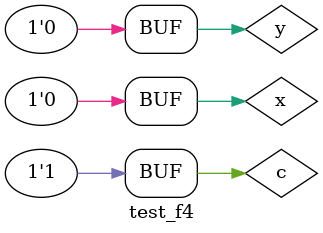
<source format=v>
module f4 (output s, input a, input b, input chave);

wire s_and1;
wire s_and2;
wire s_and3;
wire s_and4;
wire s_and5;
wire s_or1;
wire s_or2;
wire s_not1;
wire s_nand1;
wire s_nor1;

	and AND1(s_and1, a, b);
	and AND2(s_and2, s_nand1, s_not1);
	and AND3(s_and3, s_or1, s_not1);
	and AND4(s_and4, s_nor1, chave);
	and AND5(s_and5, s_nand1, chave);
	
	or OR1(s_or1, a, b);
	or OR20(s, s_and2, s_and3, s_and4, s_and5);
	
	nand NAND1(s_nand1, a, b);
	
	nor NOR1(s_nor1, a, b);
	
	not NOT1(s_not1, chave);					  

endmodule // f4

module test_f4;
// ------------------------- definir dados
 reg x; 
 reg y; 
 reg c;
 wire s; 
 
 f4 modulo (s, x, y, c);
// ------------------------- parte principal
   initial begin
      $display("Exemplo0033 - Jenifer Henrique Moreira Borges - 427420.");
      $display("Test LU's module");
		
		
		#1 $monitor(" x: %2b \t y: %2b \t Resultado: %4b",x,y,s,c);
		#1 x = 2'b01; y = 2'b10; c = 0; 
	   #1 x = 2'b01; y = 2'b10; c = 1;  
	   #1 x = 2'b11; y = 2'b00; c = 0;
	   #1 x = 2'b11; y = 2'b00; c = 1; 
		#1 x = 2'b01; y = 2'b00; c = 0;
	   #1 x = 2'b01; y = 2'b00; c = 1; 
	   #1 x = 2'b10; y = 2'b10; c = 0;
	   #1 x = 2'b10; y = 2'b10; c = 1; 

end
endmodule // test_f4
</source>
